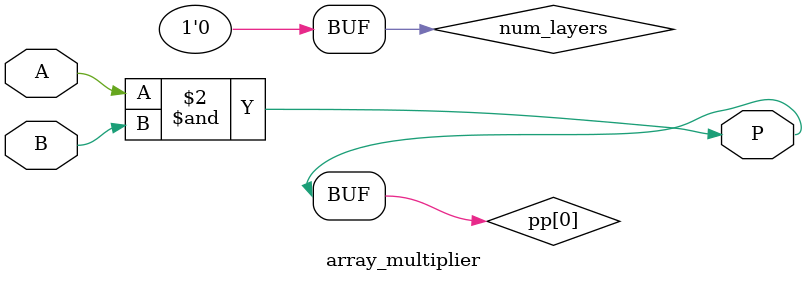
<source format=v>
module array_multiplier #(parameter N = 1) (
    input wire [N-1:0] A,     // in operand A
    input wire [N-1:0] B,     // in operand B
    output wire [(N == 1 ? 0 : 2*N-1):0] P    // out product P
);

    wire [N-1:0] pp [N-1:0];    // Matrix of partial products
    wire [(N * (N - 1))-1:0] c;   // Carries
    wire [(N * (N - 1))-1:0] s;   // Sums
    reg num_layers = N - 1;

    //2 bit: 2S, 2C
    //3 bit: 6C, 6S
    //4 bit: 12C, 12S
    //Therefore size of s = size of c = N (N-1)

    // p[i][j] = Ai Bj
    // N bit multiplication requires N^2 AND gates, N half adders, N(N-2) Full adders
    // Layer formatting:
    // No. Layers = N - 1
    // 1. HA, N - 2 FA, HA
    // 2. HA, N - 1 FA
    // 3. HA, N - 1 FA ... for subsequent layers
    // P[0] = p[0][0]
    // P[1:2*N-2] = s
    // P[2*N - 1] = c[(N * (N - 1))-1]

    // Generate partial products
    genvar p, q;
    generate
        for (p = 0; p < N; p = p + 1) begin: pp_gen
            for (q = 0; q < N; q = q + 1) begin: bit_gen
                assign pp[p][q] = A[p] & B[q];
            end
        end
    endgenerate

    // Subsequent layers
    genvar i, j;
    generate
        for (i = 0; i < N - 1; i = i + 1) begin : gen_adders
            if (i == 0) begin
                half_adder ha0 (
                    .a(pp[0][1]),
                    .b(pp[1][0]),
                    .sum(s[0]),
                    .cout(c[0])
                ); // Module

                for (j = 0; j < N - 2; j = j + 1) begin : gen_full_adders
                    full_adder fa0 (
                        .a(pp[2+j][0]),
                        .b(pp[j+1][1]),
                        .cin(c[j]),
                        .sum(s[j+1]),
                        .cout(c[j+1])
                    ); // Module
                end

                half_adder ha1 (
                    .a(pp[N-1][1]),
                    .b(c[N-2]),
                    .sum(s[N-1]),
                    .cout(c[N-1])
                ); // Module

            end else begin
                half_adder ha (
                    .a(pp[0][i+1]),
                    .b(s[((i-1) * N) + 1]),
                    .sum(s[N * i]),
                    .cout(c[N * i])
                ); // Module

                for (j = 1; j <= N - 2; j = j + 1) begin : gen_full_adders
                    full_adder fan (
                        .a(s[(N * i) - (N-1-j)]),
                        .b(pp[j][i+1]),
                        .cin(c[(N * i) + j-1]),
                        .sum(s[(N * i) + j]),
                        .cout(c[(N * i) + j])
                    ); // Module
                end

                full_adder fa (
                    .a(pp[N-1][i+1]),
                    .b(c[(N * i) - 1]),
                    .cin(c[(N * i) + (N-2)]),
                    .sum(s[(N * (i + 1)) - 1]),
                    .cout(c[(N * (i + 1)) - 1])
                ); // Module
            end
        end
    endgenerate

    // Handle final summation
    assign P[0] = pp[0][0];

    genvar idx, l;
    generate
        if (N > 1) begin
            for (idx = 0; idx < (N * (N - 1)); idx = idx + N) begin : gen_s_assign
                assign P[idx/N + 1] = s[idx];
            end
            
            // Assign the remaining values of s
            assign P[2*N-2:N] = s[(N * (N - 1))-1:((N * (N - 1)) - N + 1)];
            assign P[2*N - 1] = c[(N * (N - 1))-1];
        end
    endgenerate

endmodule
</source>
